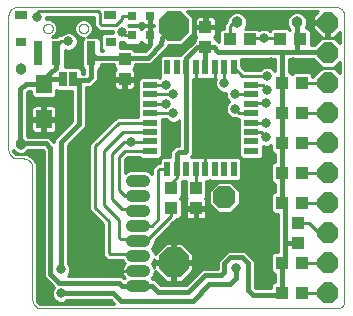
<source format=gtl>
G75*
%MOIN*%
%OFA0B0*%
%FSLAX25Y25*%
%IPPOS*%
%LPD*%
%AMOC8*
5,1,8,0,0,1.08239X$1,22.5*
%
%ADD10C,0.00000*%
%ADD11R,0.03937X0.04331*%
%ADD12R,0.04331X0.03937*%
%ADD13R,0.02200X0.05000*%
%ADD14R,0.05000X0.02200*%
%ADD15C,0.04000*%
%ADD16R,0.03150X0.03150*%
%ADD17C,0.03800*%
%ADD18OC8,0.10000*%
%ADD19R,0.05512X0.06299*%
%ADD20R,0.03150X0.07874*%
%ADD21R,0.03543X0.03150*%
%ADD22R,0.03937X0.03150*%
%ADD23OC8,0.07000*%
%ADD24R,0.02500X0.05000*%
%ADD25OC8,0.07600*%
%ADD26C,0.03169*%
%ADD27C,0.01000*%
%ADD28C,0.01600*%
%ADD29C,0.01200*%
D10*
X0086078Y0053500D02*
X0086185Y0053498D01*
X0086292Y0053492D01*
X0086399Y0053483D01*
X0086505Y0053469D01*
X0086611Y0053452D01*
X0086716Y0053431D01*
X0086820Y0053407D01*
X0086923Y0053378D01*
X0087025Y0053346D01*
X0087126Y0053311D01*
X0087226Y0053272D01*
X0087324Y0053229D01*
X0087421Y0053183D01*
X0087516Y0053133D01*
X0087609Y0053080D01*
X0087700Y0053024D01*
X0087789Y0052964D01*
X0087876Y0052902D01*
X0087960Y0052836D01*
X0088043Y0052767D01*
X0088122Y0052696D01*
X0088199Y0052621D01*
X0088274Y0052544D01*
X0088345Y0052465D01*
X0088414Y0052382D01*
X0088480Y0052298D01*
X0088542Y0052211D01*
X0088602Y0052122D01*
X0088658Y0052031D01*
X0088711Y0051938D01*
X0088761Y0051843D01*
X0088807Y0051746D01*
X0088850Y0051648D01*
X0088889Y0051548D01*
X0088924Y0051447D01*
X0088956Y0051345D01*
X0088985Y0051242D01*
X0089009Y0051138D01*
X0089030Y0051033D01*
X0089047Y0050927D01*
X0089061Y0050821D01*
X0089070Y0050714D01*
X0089076Y0050607D01*
X0089078Y0050500D01*
X0089078Y0006500D01*
X0089080Y0006393D01*
X0089086Y0006286D01*
X0089095Y0006179D01*
X0089109Y0006073D01*
X0089126Y0005967D01*
X0089147Y0005862D01*
X0089171Y0005758D01*
X0089200Y0005655D01*
X0089232Y0005553D01*
X0089267Y0005452D01*
X0089306Y0005352D01*
X0089349Y0005254D01*
X0089395Y0005157D01*
X0089445Y0005062D01*
X0089498Y0004969D01*
X0089554Y0004878D01*
X0089614Y0004789D01*
X0089676Y0004702D01*
X0089742Y0004618D01*
X0089811Y0004535D01*
X0089882Y0004456D01*
X0089957Y0004379D01*
X0090034Y0004304D01*
X0090113Y0004233D01*
X0090196Y0004164D01*
X0090280Y0004098D01*
X0090367Y0004036D01*
X0090456Y0003976D01*
X0090547Y0003920D01*
X0090640Y0003867D01*
X0090735Y0003817D01*
X0090832Y0003771D01*
X0090930Y0003728D01*
X0091030Y0003689D01*
X0091131Y0003654D01*
X0091233Y0003622D01*
X0091336Y0003593D01*
X0091440Y0003569D01*
X0091545Y0003548D01*
X0091651Y0003531D01*
X0091757Y0003517D01*
X0091864Y0003508D01*
X0091971Y0003502D01*
X0092078Y0003500D01*
X0190578Y0003500D01*
X0190676Y0003502D01*
X0190774Y0003508D01*
X0190872Y0003517D01*
X0190969Y0003531D01*
X0191066Y0003548D01*
X0191162Y0003569D01*
X0191257Y0003594D01*
X0191351Y0003622D01*
X0191443Y0003655D01*
X0191535Y0003690D01*
X0191625Y0003730D01*
X0191713Y0003772D01*
X0191800Y0003819D01*
X0191884Y0003868D01*
X0191967Y0003921D01*
X0192047Y0003977D01*
X0192126Y0004037D01*
X0192202Y0004099D01*
X0192275Y0004164D01*
X0192346Y0004232D01*
X0192414Y0004303D01*
X0192479Y0004376D01*
X0192541Y0004452D01*
X0192601Y0004531D01*
X0192657Y0004611D01*
X0192710Y0004694D01*
X0192759Y0004778D01*
X0192806Y0004865D01*
X0192848Y0004953D01*
X0192888Y0005043D01*
X0192923Y0005135D01*
X0192956Y0005227D01*
X0192984Y0005321D01*
X0193009Y0005416D01*
X0193030Y0005512D01*
X0193047Y0005609D01*
X0193061Y0005706D01*
X0193070Y0005804D01*
X0193076Y0005902D01*
X0193078Y0006000D01*
X0193078Y0101000D01*
X0193076Y0101107D01*
X0193070Y0101214D01*
X0193061Y0101321D01*
X0193047Y0101427D01*
X0193030Y0101533D01*
X0193009Y0101638D01*
X0192985Y0101742D01*
X0192956Y0101845D01*
X0192924Y0101947D01*
X0192889Y0102048D01*
X0192850Y0102148D01*
X0192807Y0102246D01*
X0192761Y0102343D01*
X0192711Y0102438D01*
X0192658Y0102531D01*
X0192602Y0102622D01*
X0192542Y0102711D01*
X0192480Y0102798D01*
X0192414Y0102882D01*
X0192345Y0102965D01*
X0192274Y0103044D01*
X0192199Y0103121D01*
X0192122Y0103196D01*
X0192043Y0103267D01*
X0191960Y0103336D01*
X0191876Y0103402D01*
X0191789Y0103464D01*
X0191700Y0103524D01*
X0191609Y0103580D01*
X0191516Y0103633D01*
X0191421Y0103683D01*
X0191324Y0103729D01*
X0191226Y0103772D01*
X0191126Y0103811D01*
X0191025Y0103846D01*
X0190923Y0103878D01*
X0190820Y0103907D01*
X0190716Y0103931D01*
X0190611Y0103952D01*
X0190505Y0103969D01*
X0190399Y0103983D01*
X0190292Y0103992D01*
X0190185Y0103998D01*
X0190078Y0104000D01*
X0084120Y0104000D01*
X0084011Y0103998D01*
X0083903Y0103992D01*
X0083795Y0103983D01*
X0083687Y0103969D01*
X0083580Y0103952D01*
X0083474Y0103931D01*
X0083368Y0103906D01*
X0083263Y0103877D01*
X0083160Y0103844D01*
X0083057Y0103808D01*
X0082956Y0103769D01*
X0082857Y0103725D01*
X0082759Y0103678D01*
X0082663Y0103628D01*
X0082568Y0103574D01*
X0082476Y0103517D01*
X0082386Y0103457D01*
X0082298Y0103393D01*
X0082212Y0103327D01*
X0082129Y0103257D01*
X0082048Y0103185D01*
X0081970Y0103109D01*
X0081894Y0103031D01*
X0081822Y0102950D01*
X0081752Y0102867D01*
X0081686Y0102781D01*
X0081622Y0102693D01*
X0081562Y0102603D01*
X0081505Y0102511D01*
X0081451Y0102416D01*
X0081401Y0102320D01*
X0081354Y0102222D01*
X0081310Y0102123D01*
X0081271Y0102022D01*
X0081235Y0101919D01*
X0081202Y0101816D01*
X0081173Y0101711D01*
X0081148Y0101605D01*
X0081127Y0101499D01*
X0081110Y0101392D01*
X0081096Y0101284D01*
X0081087Y0101176D01*
X0081081Y0101068D01*
X0081079Y0100959D01*
X0081078Y0100959D02*
X0081078Y0056500D01*
X0081080Y0056393D01*
X0081086Y0056286D01*
X0081095Y0056179D01*
X0081109Y0056073D01*
X0081126Y0055967D01*
X0081147Y0055862D01*
X0081171Y0055758D01*
X0081200Y0055655D01*
X0081232Y0055553D01*
X0081267Y0055452D01*
X0081306Y0055352D01*
X0081349Y0055254D01*
X0081395Y0055157D01*
X0081445Y0055062D01*
X0081498Y0054969D01*
X0081554Y0054878D01*
X0081614Y0054789D01*
X0081676Y0054702D01*
X0081742Y0054618D01*
X0081811Y0054535D01*
X0081882Y0054456D01*
X0081957Y0054379D01*
X0082034Y0054304D01*
X0082113Y0054233D01*
X0082196Y0054164D01*
X0082280Y0054098D01*
X0082367Y0054036D01*
X0082456Y0053976D01*
X0082547Y0053920D01*
X0082640Y0053867D01*
X0082735Y0053817D01*
X0082832Y0053771D01*
X0082930Y0053728D01*
X0083030Y0053689D01*
X0083131Y0053654D01*
X0083233Y0053622D01*
X0083336Y0053593D01*
X0083440Y0053569D01*
X0083545Y0053548D01*
X0083651Y0053531D01*
X0083757Y0053517D01*
X0083864Y0053508D01*
X0083971Y0053502D01*
X0084078Y0053500D01*
X0086078Y0053500D01*
X0092722Y0096804D02*
X0092724Y0096883D01*
X0092730Y0096962D01*
X0092740Y0097041D01*
X0092754Y0097119D01*
X0092771Y0097196D01*
X0092793Y0097272D01*
X0092818Y0097347D01*
X0092848Y0097420D01*
X0092880Y0097492D01*
X0092917Y0097563D01*
X0092957Y0097631D01*
X0093000Y0097697D01*
X0093046Y0097761D01*
X0093096Y0097823D01*
X0093149Y0097882D01*
X0093204Y0097938D01*
X0093263Y0097992D01*
X0093324Y0098042D01*
X0093387Y0098090D01*
X0093453Y0098134D01*
X0093521Y0098175D01*
X0093591Y0098212D01*
X0093662Y0098246D01*
X0093736Y0098276D01*
X0093810Y0098302D01*
X0093886Y0098324D01*
X0093963Y0098343D01*
X0094041Y0098358D01*
X0094119Y0098369D01*
X0094198Y0098376D01*
X0094277Y0098379D01*
X0094356Y0098378D01*
X0094435Y0098373D01*
X0094514Y0098364D01*
X0094592Y0098351D01*
X0094669Y0098334D01*
X0094746Y0098314D01*
X0094821Y0098289D01*
X0094895Y0098261D01*
X0094968Y0098229D01*
X0095038Y0098194D01*
X0095107Y0098155D01*
X0095174Y0098112D01*
X0095239Y0098066D01*
X0095301Y0098018D01*
X0095361Y0097966D01*
X0095418Y0097911D01*
X0095472Y0097853D01*
X0095523Y0097793D01*
X0095571Y0097730D01*
X0095616Y0097665D01*
X0095658Y0097597D01*
X0095696Y0097528D01*
X0095730Y0097457D01*
X0095761Y0097384D01*
X0095789Y0097309D01*
X0095812Y0097234D01*
X0095832Y0097157D01*
X0095848Y0097080D01*
X0095860Y0097001D01*
X0095868Y0096923D01*
X0095872Y0096844D01*
X0095872Y0096764D01*
X0095868Y0096685D01*
X0095860Y0096607D01*
X0095848Y0096528D01*
X0095832Y0096451D01*
X0095812Y0096374D01*
X0095789Y0096299D01*
X0095761Y0096224D01*
X0095730Y0096151D01*
X0095696Y0096080D01*
X0095658Y0096011D01*
X0095616Y0095943D01*
X0095571Y0095878D01*
X0095523Y0095815D01*
X0095472Y0095755D01*
X0095418Y0095697D01*
X0095361Y0095642D01*
X0095301Y0095590D01*
X0095239Y0095542D01*
X0095174Y0095496D01*
X0095107Y0095453D01*
X0095038Y0095414D01*
X0094968Y0095379D01*
X0094895Y0095347D01*
X0094821Y0095319D01*
X0094746Y0095294D01*
X0094669Y0095274D01*
X0094592Y0095257D01*
X0094514Y0095244D01*
X0094435Y0095235D01*
X0094356Y0095230D01*
X0094277Y0095229D01*
X0094198Y0095232D01*
X0094119Y0095239D01*
X0094041Y0095250D01*
X0093963Y0095265D01*
X0093886Y0095284D01*
X0093810Y0095306D01*
X0093736Y0095332D01*
X0093662Y0095362D01*
X0093591Y0095396D01*
X0093521Y0095433D01*
X0093453Y0095474D01*
X0093387Y0095518D01*
X0093324Y0095566D01*
X0093263Y0095616D01*
X0093204Y0095670D01*
X0093149Y0095726D01*
X0093096Y0095785D01*
X0093046Y0095847D01*
X0093000Y0095911D01*
X0092957Y0095977D01*
X0092917Y0096045D01*
X0092880Y0096116D01*
X0092848Y0096188D01*
X0092818Y0096261D01*
X0092793Y0096336D01*
X0092771Y0096412D01*
X0092754Y0096489D01*
X0092740Y0096567D01*
X0092730Y0096646D01*
X0092724Y0096725D01*
X0092722Y0096804D01*
X0104533Y0096804D02*
X0104535Y0096883D01*
X0104541Y0096962D01*
X0104551Y0097041D01*
X0104565Y0097119D01*
X0104582Y0097196D01*
X0104604Y0097272D01*
X0104629Y0097347D01*
X0104659Y0097420D01*
X0104691Y0097492D01*
X0104728Y0097563D01*
X0104768Y0097631D01*
X0104811Y0097697D01*
X0104857Y0097761D01*
X0104907Y0097823D01*
X0104960Y0097882D01*
X0105015Y0097938D01*
X0105074Y0097992D01*
X0105135Y0098042D01*
X0105198Y0098090D01*
X0105264Y0098134D01*
X0105332Y0098175D01*
X0105402Y0098212D01*
X0105473Y0098246D01*
X0105547Y0098276D01*
X0105621Y0098302D01*
X0105697Y0098324D01*
X0105774Y0098343D01*
X0105852Y0098358D01*
X0105930Y0098369D01*
X0106009Y0098376D01*
X0106088Y0098379D01*
X0106167Y0098378D01*
X0106246Y0098373D01*
X0106325Y0098364D01*
X0106403Y0098351D01*
X0106480Y0098334D01*
X0106557Y0098314D01*
X0106632Y0098289D01*
X0106706Y0098261D01*
X0106779Y0098229D01*
X0106849Y0098194D01*
X0106918Y0098155D01*
X0106985Y0098112D01*
X0107050Y0098066D01*
X0107112Y0098018D01*
X0107172Y0097966D01*
X0107229Y0097911D01*
X0107283Y0097853D01*
X0107334Y0097793D01*
X0107382Y0097730D01*
X0107427Y0097665D01*
X0107469Y0097597D01*
X0107507Y0097528D01*
X0107541Y0097457D01*
X0107572Y0097384D01*
X0107600Y0097309D01*
X0107623Y0097234D01*
X0107643Y0097157D01*
X0107659Y0097080D01*
X0107671Y0097001D01*
X0107679Y0096923D01*
X0107683Y0096844D01*
X0107683Y0096764D01*
X0107679Y0096685D01*
X0107671Y0096607D01*
X0107659Y0096528D01*
X0107643Y0096451D01*
X0107623Y0096374D01*
X0107600Y0096299D01*
X0107572Y0096224D01*
X0107541Y0096151D01*
X0107507Y0096080D01*
X0107469Y0096011D01*
X0107427Y0095943D01*
X0107382Y0095878D01*
X0107334Y0095815D01*
X0107283Y0095755D01*
X0107229Y0095697D01*
X0107172Y0095642D01*
X0107112Y0095590D01*
X0107050Y0095542D01*
X0106985Y0095496D01*
X0106918Y0095453D01*
X0106849Y0095414D01*
X0106779Y0095379D01*
X0106706Y0095347D01*
X0106632Y0095319D01*
X0106557Y0095294D01*
X0106480Y0095274D01*
X0106403Y0095257D01*
X0106325Y0095244D01*
X0106246Y0095235D01*
X0106167Y0095230D01*
X0106088Y0095229D01*
X0106009Y0095232D01*
X0105930Y0095239D01*
X0105852Y0095250D01*
X0105774Y0095265D01*
X0105697Y0095284D01*
X0105621Y0095306D01*
X0105547Y0095332D01*
X0105473Y0095362D01*
X0105402Y0095396D01*
X0105332Y0095433D01*
X0105264Y0095474D01*
X0105198Y0095518D01*
X0105135Y0095566D01*
X0105074Y0095616D01*
X0105015Y0095670D01*
X0104960Y0095726D01*
X0104907Y0095785D01*
X0104857Y0095847D01*
X0104811Y0095911D01*
X0104768Y0095977D01*
X0104728Y0096045D01*
X0104691Y0096116D01*
X0104659Y0096188D01*
X0104629Y0096261D01*
X0104604Y0096336D01*
X0104582Y0096412D01*
X0104565Y0096489D01*
X0104551Y0096567D01*
X0104541Y0096646D01*
X0104535Y0096725D01*
X0104533Y0096804D01*
D11*
X0119778Y0086646D03*
X0119778Y0079954D03*
X0146675Y0090626D03*
X0146675Y0097319D03*
X0171698Y0093213D03*
X0178390Y0093213D03*
X0178925Y0078750D03*
X0172232Y0078750D03*
X0172232Y0068750D03*
X0178925Y0068750D03*
X0178925Y0058750D03*
X0172232Y0058750D03*
X0172232Y0048750D03*
X0178925Y0048750D03*
X0178925Y0038750D03*
X0172232Y0038750D03*
X0143601Y0036849D03*
X0143601Y0043542D03*
X0172232Y0018750D03*
X0178925Y0018750D03*
X0178925Y0008750D03*
X0172232Y0008750D03*
D12*
X0177528Y0025454D03*
X0177528Y0032146D03*
X0135278Y0036854D03*
X0135278Y0043546D03*
X0154841Y0093256D03*
X0161534Y0093256D03*
D13*
X0156155Y0083926D03*
X0153006Y0083926D03*
X0149856Y0083926D03*
X0146706Y0083926D03*
X0143557Y0083926D03*
X0140407Y0083926D03*
X0137258Y0083926D03*
X0134108Y0083926D03*
X0134108Y0050126D03*
X0137258Y0050126D03*
X0140407Y0050126D03*
X0143557Y0050126D03*
X0146706Y0050126D03*
X0149856Y0050126D03*
X0153006Y0050126D03*
X0156155Y0050126D03*
D14*
X0162032Y0056002D03*
X0162032Y0059152D03*
X0162032Y0062301D03*
X0162032Y0065451D03*
X0162032Y0068600D03*
X0162032Y0071750D03*
X0162032Y0074900D03*
X0162032Y0078049D03*
X0128232Y0078049D03*
X0128232Y0074900D03*
X0128232Y0071750D03*
X0128232Y0068600D03*
X0128232Y0065451D03*
X0128232Y0062301D03*
X0128232Y0059152D03*
X0128232Y0056002D03*
D15*
X0126366Y0046134D02*
X0122366Y0046134D01*
X0122366Y0041134D02*
X0126366Y0041134D01*
X0126366Y0036134D02*
X0122366Y0036134D01*
X0122366Y0031134D02*
X0126366Y0031134D01*
X0126366Y0026134D02*
X0122366Y0026134D01*
X0122366Y0021134D02*
X0126366Y0021134D01*
X0126366Y0016134D02*
X0122366Y0016134D01*
X0122366Y0011134D02*
X0126366Y0011134D01*
D16*
X0128323Y0094526D03*
X0122418Y0094526D03*
X0122371Y0101009D03*
X0128277Y0101009D03*
D17*
X0157279Y0098852D03*
X0177279Y0098852D03*
X0085141Y0083479D03*
X0085141Y0058479D03*
D18*
X0136244Y0018916D03*
X0136244Y0097656D03*
D19*
X0092828Y0078406D03*
X0092828Y0066594D03*
D20*
X0091057Y0088536D03*
X0096962Y0088536D03*
X0108773Y0088536D03*
D21*
X0115163Y0092375D03*
X0085242Y0092375D03*
D22*
X0085439Y0101233D03*
X0114966Y0101233D03*
D23*
X0187578Y0098750D03*
X0187578Y0088750D03*
X0187578Y0078750D03*
X0187578Y0068750D03*
X0187578Y0058750D03*
X0187578Y0048750D03*
X0187578Y0038750D03*
X0187578Y0028750D03*
X0187578Y0018750D03*
X0187578Y0008750D03*
D24*
X0102750Y0080000D03*
X0099207Y0080000D03*
D25*
X0153078Y0040500D03*
D26*
X0166078Y0035000D03*
X0157078Y0017000D03*
X0105578Y0045500D03*
X0091078Y0054500D03*
X0122078Y0059000D03*
X0134578Y0059000D03*
X0145078Y0056000D03*
X0156578Y0065000D03*
X0156578Y0070000D03*
X0156578Y0075000D03*
X0153078Y0078500D03*
X0144578Y0077000D03*
X0136078Y0074875D03*
X0133578Y0078000D03*
X0133453Y0071750D03*
X0136078Y0068500D03*
X0112928Y0083375D03*
X0125453Y0090625D03*
X0119078Y0095500D03*
X0136078Y0089500D03*
X0151578Y0101000D03*
X0166328Y0093625D03*
X0168578Y0085500D03*
X0176078Y0085500D03*
X0167328Y0081000D03*
X0167328Y0076375D03*
X0167078Y0072000D03*
X0167078Y0065375D03*
X0167078Y0060500D03*
X0127578Y0051500D03*
X0100953Y0074125D03*
X0101078Y0092500D03*
X0100203Y0096775D03*
X0090578Y0100500D03*
X0183203Y0093875D03*
X0103578Y0016500D03*
X0098578Y0016500D03*
X0098578Y0008500D03*
X0093078Y0007500D03*
D27*
X0095494Y0007886D02*
X0095494Y0009113D01*
X0095964Y0010247D01*
X0096271Y0010555D01*
X0094126Y0012700D01*
X0092778Y0014047D01*
X0092778Y0056047D01*
X0092626Y0056200D01*
X0087671Y0056200D01*
X0087067Y0055597D01*
X0085818Y0055079D01*
X0084465Y0055079D01*
X0083215Y0055597D01*
X0082619Y0056193D01*
X0082630Y0056112D01*
X0083018Y0055439D01*
X0083690Y0055051D01*
X0084078Y0055000D01*
X0087284Y0055000D01*
X0089373Y0053794D01*
X0089373Y0053794D01*
X0089373Y0053794D01*
X0090578Y0051706D01*
X0090578Y0006500D01*
X0090630Y0006112D01*
X0091018Y0005439D01*
X0091690Y0005051D01*
X0092078Y0005000D01*
X0092700Y0005000D01*
X0116326Y0005000D01*
X0115126Y0006200D01*
X0100640Y0006200D01*
X0100325Y0005885D01*
X0099192Y0005416D01*
X0097965Y0005416D01*
X0096831Y0005885D01*
X0095964Y0006753D01*
X0095494Y0007886D01*
X0095667Y0007470D02*
X0090578Y0007470D01*
X0090582Y0006472D02*
X0096245Y0006472D01*
X0097826Y0005473D02*
X0090998Y0005473D01*
X0090578Y0008469D02*
X0095494Y0008469D01*
X0095641Y0009467D02*
X0090578Y0009467D01*
X0090578Y0010466D02*
X0096182Y0010466D01*
X0095361Y0011464D02*
X0090578Y0011464D01*
X0090578Y0012463D02*
X0094363Y0012463D01*
X0093364Y0013461D02*
X0090578Y0013461D01*
X0090578Y0014460D02*
X0092778Y0014460D01*
X0092778Y0015458D02*
X0090578Y0015458D01*
X0090578Y0016457D02*
X0092778Y0016457D01*
X0092778Y0017455D02*
X0090578Y0017455D01*
X0090578Y0018454D02*
X0092778Y0018454D01*
X0092778Y0019452D02*
X0090578Y0019452D01*
X0090578Y0020451D02*
X0092778Y0020451D01*
X0092778Y0021449D02*
X0090578Y0021449D01*
X0090578Y0022448D02*
X0092778Y0022448D01*
X0092778Y0023446D02*
X0090578Y0023446D01*
X0090578Y0024445D02*
X0092778Y0024445D01*
X0092778Y0025443D02*
X0090578Y0025443D01*
X0090578Y0026442D02*
X0092778Y0026442D01*
X0092778Y0027440D02*
X0090578Y0027440D01*
X0090578Y0028439D02*
X0092778Y0028439D01*
X0092778Y0029437D02*
X0090578Y0029437D01*
X0090578Y0030436D02*
X0092778Y0030436D01*
X0092778Y0031434D02*
X0090578Y0031434D01*
X0090578Y0032433D02*
X0092778Y0032433D01*
X0092778Y0033432D02*
X0090578Y0033432D01*
X0090578Y0034430D02*
X0092778Y0034430D01*
X0092778Y0035429D02*
X0090578Y0035429D01*
X0090578Y0036427D02*
X0092778Y0036427D01*
X0092778Y0037426D02*
X0090578Y0037426D01*
X0090578Y0038424D02*
X0092778Y0038424D01*
X0092778Y0039423D02*
X0090578Y0039423D01*
X0090578Y0040421D02*
X0092778Y0040421D01*
X0092778Y0041420D02*
X0090578Y0041420D01*
X0090578Y0042418D02*
X0092778Y0042418D01*
X0092778Y0043417D02*
X0090578Y0043417D01*
X0090578Y0044415D02*
X0092778Y0044415D01*
X0092778Y0045414D02*
X0090578Y0045414D01*
X0090578Y0046412D02*
X0092778Y0046412D01*
X0092778Y0047411D02*
X0090578Y0047411D01*
X0090578Y0048409D02*
X0092778Y0048409D01*
X0092778Y0049408D02*
X0090578Y0049408D01*
X0090578Y0050406D02*
X0092778Y0050406D01*
X0092778Y0051405D02*
X0090578Y0051405D01*
X0090176Y0052403D02*
X0092778Y0052403D01*
X0092778Y0053402D02*
X0089599Y0053402D01*
X0088323Y0054400D02*
X0092778Y0054400D01*
X0092778Y0055399D02*
X0086590Y0055399D01*
X0083693Y0055399D02*
X0083088Y0055399D01*
X0087629Y0060800D02*
X0087378Y0061050D01*
X0087378Y0075547D01*
X0087937Y0076106D01*
X0088573Y0076106D01*
X0088573Y0074635D01*
X0089451Y0073756D01*
X0096206Y0073756D01*
X0097084Y0074635D01*
X0097084Y0076251D01*
X0097335Y0076000D01*
X0102278Y0076000D01*
X0102278Y0065953D01*
X0096278Y0059953D01*
X0096278Y0059053D01*
X0095878Y0059453D01*
X0094531Y0060800D01*
X0087629Y0060800D01*
X0087378Y0061390D02*
X0097716Y0061390D01*
X0098714Y0062388D02*
X0096649Y0062388D01*
X0096785Y0062524D02*
X0096505Y0062245D01*
X0096163Y0062047D01*
X0095782Y0061945D01*
X0093328Y0061945D01*
X0093328Y0066094D01*
X0092328Y0066094D01*
X0092328Y0061945D01*
X0089875Y0061945D01*
X0089494Y0062047D01*
X0089151Y0062245D01*
X0088872Y0062524D01*
X0088675Y0062866D01*
X0088573Y0063247D01*
X0088573Y0066095D01*
X0092328Y0066095D01*
X0092328Y0067094D01*
X0088573Y0067094D01*
X0088573Y0069942D01*
X0088675Y0070323D01*
X0088872Y0070665D01*
X0089151Y0070944D01*
X0089494Y0071142D01*
X0089875Y0071244D01*
X0092328Y0071244D01*
X0092328Y0067095D01*
X0093328Y0067095D01*
X0093328Y0071244D01*
X0095782Y0071244D01*
X0096163Y0071142D01*
X0096505Y0070944D01*
X0096785Y0070665D01*
X0096982Y0070323D01*
X0097084Y0069942D01*
X0097084Y0067094D01*
X0093328Y0067094D01*
X0093328Y0066095D01*
X0097084Y0066095D01*
X0097084Y0063247D01*
X0096982Y0062866D01*
X0096785Y0062524D01*
X0097084Y0063387D02*
X0099713Y0063387D01*
X0100711Y0064385D02*
X0097084Y0064385D01*
X0097084Y0065384D02*
X0101710Y0065384D01*
X0102278Y0066382D02*
X0093328Y0066382D01*
X0093328Y0065384D02*
X0092328Y0065384D01*
X0092328Y0066382D02*
X0087378Y0066382D01*
X0087378Y0065384D02*
X0088573Y0065384D01*
X0088573Y0064385D02*
X0087378Y0064385D01*
X0087378Y0063387D02*
X0088573Y0063387D01*
X0089008Y0062388D02*
X0087378Y0062388D01*
X0092328Y0062388D02*
X0093328Y0062388D01*
X0093328Y0063387D02*
X0092328Y0063387D01*
X0092328Y0064385D02*
X0093328Y0064385D01*
X0093328Y0067381D02*
X0092328Y0067381D01*
X0092328Y0068379D02*
X0093328Y0068379D01*
X0093328Y0069378D02*
X0092328Y0069378D01*
X0092328Y0070376D02*
X0093328Y0070376D01*
X0096951Y0070376D02*
X0102278Y0070376D01*
X0102278Y0069378D02*
X0097084Y0069378D01*
X0097084Y0068379D02*
X0102278Y0068379D01*
X0102278Y0067381D02*
X0097084Y0067381D01*
X0102278Y0071375D02*
X0087378Y0071375D01*
X0087378Y0072373D02*
X0102278Y0072373D01*
X0102278Y0073372D02*
X0087378Y0073372D01*
X0087378Y0074370D02*
X0088837Y0074370D01*
X0088573Y0075369D02*
X0087378Y0075369D01*
X0087378Y0070376D02*
X0088706Y0070376D01*
X0088573Y0069378D02*
X0087378Y0069378D01*
X0087378Y0068379D02*
X0088573Y0068379D01*
X0088573Y0067381D02*
X0087378Y0067381D01*
X0094940Y0060391D02*
X0096717Y0060391D01*
X0096278Y0059393D02*
X0095938Y0059393D01*
X0100878Y0058047D02*
X0105531Y0062700D01*
X0106878Y0064047D01*
X0106878Y0077200D01*
X0108531Y0077200D01*
X0109878Y0078547D01*
X0110878Y0079547D01*
X0110878Y0083099D01*
X0110969Y0083099D01*
X0111848Y0083978D01*
X0111848Y0084846D01*
X0113926Y0084846D01*
X0116310Y0084837D01*
X0116310Y0083860D01*
X0116870Y0083300D01*
X0116610Y0083040D01*
X0116412Y0082698D01*
X0116310Y0082316D01*
X0116310Y0080438D01*
X0119294Y0080438D01*
X0119294Y0079469D01*
X0120263Y0079469D01*
X0120263Y0080438D01*
X0123247Y0080438D01*
X0123247Y0082316D01*
X0123145Y0082698D01*
X0122947Y0083040D01*
X0122687Y0083300D01*
X0123247Y0083860D01*
X0123247Y0084834D01*
X0127711Y0084846D01*
X0128658Y0084845D01*
X0128663Y0084849D01*
X0128669Y0084849D01*
X0129337Y0085521D01*
X0133687Y0089856D01*
X0134359Y0090501D01*
X0134359Y0090526D01*
X0134377Y0090543D01*
X0134378Y0091156D01*
X0138937Y0091156D01*
X0142744Y0094963D01*
X0142744Y0100348D01*
X0140592Y0102500D01*
X0184257Y0102500D01*
X0182578Y0100821D01*
X0182578Y0099250D01*
X0187078Y0099250D01*
X0187078Y0098250D01*
X0182578Y0098250D01*
X0182578Y0096679D01*
X0185507Y0093750D01*
X0183057Y0091300D01*
X0181859Y0091300D01*
X0181859Y0095999D01*
X0180980Y0096878D01*
X0180113Y0096878D01*
X0180161Y0096926D01*
X0180679Y0098176D01*
X0180679Y0099528D01*
X0180161Y0100778D01*
X0179205Y0101734D01*
X0177955Y0102252D01*
X0176603Y0102252D01*
X0175353Y0101734D01*
X0174397Y0100778D01*
X0173879Y0099528D01*
X0173879Y0098176D01*
X0174397Y0096926D01*
X0174979Y0096344D01*
X0174979Y0096186D01*
X0174287Y0096878D01*
X0169108Y0096878D01*
X0168272Y0096043D01*
X0168075Y0096240D01*
X0166942Y0096709D01*
X0165715Y0096709D01*
X0164739Y0096305D01*
X0164320Y0096724D01*
X0159959Y0096724D01*
X0160161Y0096926D01*
X0160679Y0098176D01*
X0160679Y0099528D01*
X0160161Y0100778D01*
X0159205Y0101734D01*
X0157955Y0102252D01*
X0156603Y0102252D01*
X0155353Y0101734D01*
X0154397Y0100778D01*
X0153879Y0099528D01*
X0153879Y0099254D01*
X0152953Y0098328D01*
X0152953Y0096724D01*
X0152054Y0096724D01*
X0151175Y0095845D01*
X0151175Y0092156D01*
X0150405Y0092926D01*
X0150143Y0092926D01*
X0150143Y0093413D01*
X0149584Y0093972D01*
X0149844Y0094233D01*
X0150041Y0094575D01*
X0150143Y0094956D01*
X0150143Y0096835D01*
X0147159Y0096835D01*
X0147159Y0097803D01*
X0150143Y0097803D01*
X0150143Y0099682D01*
X0150041Y0100063D01*
X0149844Y0100405D01*
X0149564Y0100685D01*
X0149222Y0100882D01*
X0148841Y0100984D01*
X0147159Y0100984D01*
X0147159Y0097803D01*
X0146191Y0097803D01*
X0146191Y0100984D01*
X0144509Y0100984D01*
X0144127Y0100882D01*
X0143785Y0100685D01*
X0143506Y0100405D01*
X0143309Y0100063D01*
X0143206Y0099682D01*
X0143206Y0097803D01*
X0146191Y0097803D01*
X0146191Y0096835D01*
X0143206Y0096835D01*
X0143206Y0094956D01*
X0143309Y0094575D01*
X0143506Y0094233D01*
X0143766Y0093972D01*
X0143206Y0093413D01*
X0143206Y0092800D01*
X0143126Y0092800D01*
X0141778Y0091453D01*
X0138251Y0087926D01*
X0132387Y0087926D01*
X0131508Y0087047D01*
X0131508Y0080804D01*
X0131764Y0080548D01*
X0131609Y0080393D01*
X0131353Y0080649D01*
X0125110Y0080649D01*
X0124232Y0079771D01*
X0124232Y0067451D01*
X0117201Y0067451D01*
X0109250Y0059500D01*
X0108078Y0058328D01*
X0108078Y0036172D01*
X0112578Y0031672D01*
X0112578Y0021172D01*
X0113078Y0020672D01*
X0114250Y0019500D01*
X0119254Y0019500D01*
X0119399Y0019151D01*
X0119916Y0018634D01*
X0119647Y0018365D01*
X0119264Y0017792D01*
X0119000Y0017155D01*
X0118866Y0016479D01*
X0118866Y0016134D01*
X0122366Y0016134D01*
X0122366Y0016134D01*
X0118866Y0016134D01*
X0118866Y0015789D01*
X0119000Y0015113D01*
X0119264Y0014476D01*
X0119647Y0013903D01*
X0119916Y0013634D01*
X0119807Y0013524D01*
X0119588Y0013743D01*
X0118907Y0014425D01*
X0118907Y0014425D01*
X0118906Y0014425D01*
X0117962Y0014425D01*
X0100873Y0014433D01*
X0101193Y0014753D01*
X0101663Y0015886D01*
X0101663Y0017113D01*
X0101193Y0018247D01*
X0100878Y0018562D01*
X0100878Y0058047D01*
X0101225Y0058394D02*
X0108144Y0058394D01*
X0108078Y0057396D02*
X0100878Y0057396D01*
X0100878Y0056397D02*
X0108078Y0056397D01*
X0108078Y0055399D02*
X0100878Y0055399D01*
X0100878Y0054400D02*
X0108078Y0054400D01*
X0108078Y0053402D02*
X0100878Y0053402D01*
X0100878Y0052403D02*
X0108078Y0052403D01*
X0108078Y0051405D02*
X0100878Y0051405D01*
X0100878Y0050406D02*
X0108078Y0050406D01*
X0108078Y0049408D02*
X0100878Y0049408D01*
X0100878Y0048409D02*
X0108078Y0048409D01*
X0108078Y0047411D02*
X0100878Y0047411D01*
X0100878Y0046412D02*
X0108078Y0046412D01*
X0108078Y0045414D02*
X0100878Y0045414D01*
X0100878Y0044415D02*
X0108078Y0044415D01*
X0108078Y0043417D02*
X0100878Y0043417D01*
X0100878Y0042418D02*
X0108078Y0042418D01*
X0108078Y0041420D02*
X0100878Y0041420D01*
X0100878Y0040421D02*
X0108078Y0040421D01*
X0108078Y0039423D02*
X0100878Y0039423D01*
X0100878Y0038424D02*
X0108078Y0038424D01*
X0108078Y0037426D02*
X0100878Y0037426D01*
X0100878Y0036427D02*
X0108078Y0036427D01*
X0108821Y0035429D02*
X0100878Y0035429D01*
X0100878Y0034430D02*
X0109820Y0034430D01*
X0110818Y0033432D02*
X0100878Y0033432D01*
X0100878Y0032433D02*
X0111817Y0032433D01*
X0112578Y0031434D02*
X0100878Y0031434D01*
X0100878Y0030436D02*
X0112578Y0030436D01*
X0112578Y0029437D02*
X0100878Y0029437D01*
X0100878Y0028439D02*
X0112578Y0028439D01*
X0112578Y0027440D02*
X0100878Y0027440D01*
X0100878Y0026442D02*
X0112578Y0026442D01*
X0112578Y0025443D02*
X0100878Y0025443D01*
X0100878Y0024445D02*
X0112578Y0024445D01*
X0112578Y0023446D02*
X0100878Y0023446D01*
X0100878Y0022448D02*
X0112578Y0022448D01*
X0112578Y0021449D02*
X0100878Y0021449D01*
X0100878Y0020451D02*
X0113299Y0020451D01*
X0114578Y0022000D02*
X0115078Y0021500D01*
X0122232Y0021500D01*
X0122366Y0021134D01*
X0119274Y0019452D02*
X0100878Y0019452D01*
X0100986Y0018454D02*
X0119736Y0018454D01*
X0119125Y0017455D02*
X0101521Y0017455D01*
X0101663Y0016457D02*
X0118866Y0016457D01*
X0118932Y0015458D02*
X0101485Y0015458D01*
X0100900Y0014460D02*
X0119275Y0014460D01*
X0128816Y0013634D02*
X0129084Y0013903D01*
X0129467Y0014476D01*
X0129731Y0015113D01*
X0129866Y0015789D01*
X0129866Y0016102D01*
X0133552Y0012416D01*
X0135744Y0012416D01*
X0135744Y0018415D01*
X0136744Y0018415D01*
X0136744Y0012416D01*
X0138937Y0012416D01*
X0142744Y0016223D01*
X0142744Y0018416D01*
X0136744Y0018416D01*
X0136744Y0019416D01*
X0135744Y0019416D01*
X0135744Y0025416D01*
X0133552Y0025416D01*
X0129866Y0021729D01*
X0129866Y0021830D01*
X0129333Y0023116D01*
X0128816Y0023634D01*
X0129333Y0024151D01*
X0129866Y0025438D01*
X0129866Y0025959D01*
X0136107Y0032200D01*
X0137278Y0033372D01*
X0137278Y0033385D01*
X0138065Y0033385D01*
X0138944Y0034264D01*
X0138944Y0039443D01*
X0138187Y0040200D01*
X0138944Y0040957D01*
X0138944Y0045937D01*
X0139132Y0046126D01*
X0140132Y0046126D01*
X0140132Y0040755D01*
X0140692Y0040196D01*
X0140432Y0039936D01*
X0140235Y0039594D01*
X0140132Y0039212D01*
X0140132Y0037333D01*
X0143117Y0037333D01*
X0143117Y0036365D01*
X0144085Y0036365D01*
X0144085Y0033184D01*
X0145767Y0033184D01*
X0146148Y0033286D01*
X0146490Y0033484D01*
X0146770Y0033763D01*
X0146967Y0034105D01*
X0147069Y0034486D01*
X0147069Y0036365D01*
X0144085Y0036365D01*
X0144085Y0037333D01*
X0147069Y0037333D01*
X0147069Y0039212D01*
X0146967Y0039594D01*
X0146770Y0039936D01*
X0146510Y0040196D01*
X0147069Y0040755D01*
X0147069Y0046126D01*
X0148004Y0046126D01*
X0148107Y0046153D01*
X0148135Y0046126D01*
X0157877Y0046126D01*
X0158755Y0047004D01*
X0158755Y0053247D01*
X0157877Y0054126D01*
X0148135Y0054126D01*
X0148107Y0054098D01*
X0148004Y0054126D01*
X0146756Y0054126D01*
X0146756Y0050176D01*
X0146656Y0050176D01*
X0146656Y0054126D01*
X0145409Y0054126D01*
X0145306Y0054098D01*
X0145278Y0054126D01*
X0141832Y0054126D01*
X0142253Y0054547D01*
X0142707Y0055001D01*
X0142707Y0079926D01*
X0143507Y0079926D01*
X0143507Y0083876D01*
X0143607Y0083876D01*
X0143607Y0079926D01*
X0144854Y0079926D01*
X0144957Y0079953D01*
X0144985Y0079926D01*
X0148428Y0079926D01*
X0148455Y0079953D01*
X0148558Y0079926D01*
X0149806Y0079926D01*
X0149806Y0083876D01*
X0149906Y0083876D01*
X0149906Y0079926D01*
X0150331Y0079926D01*
X0149994Y0079113D01*
X0149994Y0077886D01*
X0150464Y0076753D01*
X0151331Y0075885D01*
X0152465Y0075416D01*
X0153494Y0075416D01*
X0153494Y0074386D01*
X0153964Y0073253D01*
X0154717Y0072500D01*
X0153964Y0071747D01*
X0153494Y0070613D01*
X0153494Y0069386D01*
X0153964Y0068253D01*
X0154831Y0067385D01*
X0155965Y0066916D01*
X0156834Y0066916D01*
X0157150Y0066600D01*
X0158032Y0066600D01*
X0158032Y0054281D01*
X0158910Y0053402D01*
X0165153Y0053402D01*
X0166032Y0054281D01*
X0166032Y0057595D01*
X0166465Y0057416D01*
X0167692Y0057416D01*
X0168763Y0057860D01*
X0168763Y0055963D01*
X0169642Y0055085D01*
X0169932Y0055085D01*
X0169932Y0052415D01*
X0169642Y0052415D01*
X0168763Y0051537D01*
X0168763Y0045963D01*
X0169642Y0045085D01*
X0169932Y0045085D01*
X0169932Y0042415D01*
X0169642Y0042415D01*
X0168763Y0041537D01*
X0168763Y0035963D01*
X0169642Y0035085D01*
X0171078Y0035085D01*
X0171078Y0022415D01*
X0169642Y0022415D01*
X0168763Y0021537D01*
X0168763Y0015963D01*
X0169642Y0015085D01*
X0169932Y0015085D01*
X0169932Y0012415D01*
X0169642Y0012415D01*
X0168763Y0011537D01*
X0168763Y0010300D01*
X0163531Y0010300D01*
X0163378Y0010453D01*
X0163378Y0019453D01*
X0162031Y0020800D01*
X0160031Y0022800D01*
X0154126Y0022800D01*
X0152778Y0021453D01*
X0150778Y0019453D01*
X0150778Y0016800D01*
X0145626Y0016800D01*
X0144278Y0015453D01*
X0140126Y0011300D01*
X0132031Y0011300D01*
X0129897Y0013434D01*
X0129016Y0013434D01*
X0128816Y0013634D01*
X0128988Y0013461D02*
X0132506Y0013461D01*
X0133505Y0012463D02*
X0130868Y0012463D01*
X0131867Y0011464D02*
X0140290Y0011464D01*
X0141289Y0012463D02*
X0138984Y0012463D01*
X0139983Y0013461D02*
X0142287Y0013461D01*
X0143286Y0014460D02*
X0140981Y0014460D01*
X0141980Y0015458D02*
X0144284Y0015458D01*
X0145283Y0016457D02*
X0142744Y0016457D01*
X0142744Y0017455D02*
X0150778Y0017455D01*
X0150778Y0018454D02*
X0136744Y0018454D01*
X0136744Y0019416D02*
X0142744Y0019416D01*
X0142744Y0021608D01*
X0138937Y0025416D01*
X0136744Y0025416D01*
X0136744Y0019416D01*
X0136744Y0019452D02*
X0135744Y0019452D01*
X0135744Y0019416D02*
X0135744Y0018416D01*
X0129744Y0018416D01*
X0129744Y0017089D01*
X0129731Y0017155D01*
X0129467Y0017792D01*
X0129084Y0018365D01*
X0128816Y0018634D01*
X0129333Y0019151D01*
X0129744Y0020145D01*
X0129744Y0019416D01*
X0135744Y0019416D01*
X0135744Y0018454D02*
X0128996Y0018454D01*
X0129458Y0019452D02*
X0129744Y0019452D01*
X0129744Y0017455D02*
X0129607Y0017455D01*
X0129800Y0015458D02*
X0130509Y0015458D01*
X0131508Y0014460D02*
X0129457Y0014460D01*
X0135744Y0014460D02*
X0136744Y0014460D01*
X0136744Y0015458D02*
X0135744Y0015458D01*
X0135744Y0016457D02*
X0136744Y0016457D01*
X0136744Y0017455D02*
X0135744Y0017455D01*
X0135744Y0020451D02*
X0136744Y0020451D01*
X0136744Y0021449D02*
X0135744Y0021449D01*
X0135744Y0022448D02*
X0136744Y0022448D01*
X0136744Y0023446D02*
X0135744Y0023446D01*
X0135744Y0024445D02*
X0136744Y0024445D01*
X0139907Y0024445D02*
X0171078Y0024445D01*
X0171078Y0025443D02*
X0129866Y0025443D01*
X0129455Y0024445D02*
X0132581Y0024445D01*
X0131583Y0023446D02*
X0129003Y0023446D01*
X0129610Y0022448D02*
X0130584Y0022448D01*
X0130349Y0026442D02*
X0171078Y0026442D01*
X0171078Y0027440D02*
X0131347Y0027440D01*
X0132346Y0028439D02*
X0171078Y0028439D01*
X0171078Y0029437D02*
X0133344Y0029437D01*
X0134343Y0030436D02*
X0171078Y0030436D01*
X0171078Y0031434D02*
X0135341Y0031434D01*
X0136107Y0032200D02*
X0136107Y0032200D01*
X0136340Y0032433D02*
X0171078Y0032433D01*
X0171078Y0033432D02*
X0146400Y0033432D01*
X0147054Y0034430D02*
X0171078Y0034430D01*
X0169298Y0035429D02*
X0155502Y0035429D01*
X0155274Y0035200D02*
X0158378Y0038305D01*
X0158378Y0042695D01*
X0155274Y0045800D01*
X0150883Y0045800D01*
X0147778Y0042695D01*
X0147778Y0038305D01*
X0150883Y0035200D01*
X0155274Y0035200D01*
X0156501Y0036427D02*
X0168763Y0036427D01*
X0168763Y0037426D02*
X0157499Y0037426D01*
X0158378Y0038424D02*
X0168763Y0038424D01*
X0168763Y0039423D02*
X0158378Y0039423D01*
X0158378Y0040421D02*
X0168763Y0040421D01*
X0168763Y0041420D02*
X0158378Y0041420D01*
X0158378Y0042418D02*
X0169932Y0042418D01*
X0169932Y0043417D02*
X0157657Y0043417D01*
X0156659Y0044415D02*
X0169932Y0044415D01*
X0169313Y0045414D02*
X0155660Y0045414D01*
X0158163Y0046412D02*
X0168763Y0046412D01*
X0168763Y0047411D02*
X0158755Y0047411D01*
X0158755Y0048409D02*
X0168763Y0048409D01*
X0168763Y0049408D02*
X0158755Y0049408D01*
X0158755Y0050406D02*
X0168763Y0050406D01*
X0168763Y0051405D02*
X0158755Y0051405D01*
X0158755Y0052403D02*
X0169630Y0052403D01*
X0169932Y0053402D02*
X0158600Y0053402D01*
X0158032Y0054400D02*
X0142106Y0054400D01*
X0142707Y0055399D02*
X0158032Y0055399D01*
X0158032Y0056397D02*
X0142707Y0056397D01*
X0142707Y0057396D02*
X0158032Y0057396D01*
X0158032Y0058394D02*
X0142707Y0058394D01*
X0142707Y0059393D02*
X0158032Y0059393D01*
X0158032Y0060391D02*
X0142707Y0060391D01*
X0142707Y0061390D02*
X0158032Y0061390D01*
X0158032Y0062388D02*
X0142707Y0062388D01*
X0142707Y0063387D02*
X0158032Y0063387D01*
X0158032Y0064385D02*
X0142707Y0064385D01*
X0142707Y0065384D02*
X0158032Y0065384D01*
X0158032Y0066382D02*
X0142707Y0066382D01*
X0142707Y0067381D02*
X0154842Y0067381D01*
X0153911Y0068379D02*
X0142707Y0068379D01*
X0142707Y0069378D02*
X0153498Y0069378D01*
X0153494Y0070376D02*
X0142707Y0070376D01*
X0142707Y0071375D02*
X0153810Y0071375D01*
X0154590Y0072373D02*
X0142707Y0072373D01*
X0142707Y0073372D02*
X0153914Y0073372D01*
X0153501Y0074370D02*
X0142707Y0074370D01*
X0142707Y0075369D02*
X0153494Y0075369D01*
X0150849Y0076368D02*
X0142707Y0076368D01*
X0142707Y0077366D02*
X0150210Y0077366D01*
X0149994Y0078365D02*
X0142707Y0078365D01*
X0142707Y0079363D02*
X0150098Y0079363D01*
X0149906Y0080362D02*
X0149806Y0080362D01*
X0149806Y0081360D02*
X0149906Y0081360D01*
X0149906Y0082359D02*
X0149806Y0082359D01*
X0149806Y0083357D02*
X0149906Y0083357D01*
X0153006Y0083926D02*
X0153006Y0079427D01*
X0153078Y0078500D01*
X0156578Y0075000D02*
X0156679Y0074900D01*
X0162032Y0074900D01*
X0162282Y0072000D02*
X0162032Y0071750D01*
X0162282Y0072000D02*
X0167078Y0072000D01*
X0167328Y0076375D02*
X0166029Y0078049D01*
X0162032Y0078049D01*
X0161982Y0078000D01*
X0159028Y0081051D02*
X0167328Y0081000D01*
X0164981Y0083014D02*
X0159862Y0083046D01*
X0158755Y0084153D01*
X0158755Y0086700D01*
X0169932Y0086700D01*
X0169932Y0082758D01*
X0169075Y0083615D01*
X0167942Y0084084D01*
X0166715Y0084084D01*
X0165581Y0083615D01*
X0164981Y0083014D01*
X0165324Y0083357D02*
X0159550Y0083357D01*
X0158755Y0084356D02*
X0169932Y0084356D01*
X0169932Y0085354D02*
X0158755Y0085354D01*
X0158755Y0086353D02*
X0169932Y0086353D01*
X0169932Y0083357D02*
X0169333Y0083357D01*
X0174532Y0083357D02*
X0185114Y0083357D01*
X0185507Y0083750D02*
X0182578Y0080821D01*
X0182578Y0080750D01*
X0182393Y0080750D01*
X0182393Y0081537D01*
X0181515Y0082415D01*
X0176335Y0082415D01*
X0175578Y0081659D01*
X0174822Y0082415D01*
X0174532Y0082415D01*
X0174532Y0086700D01*
X0182578Y0086700D01*
X0182578Y0086679D01*
X0185507Y0083750D01*
X0189649Y0083750D01*
X0191578Y0081821D01*
X0191578Y0085679D01*
X0189649Y0083750D01*
X0185507Y0083750D01*
X0184902Y0084356D02*
X0174532Y0084356D01*
X0174532Y0085354D02*
X0183903Y0085354D01*
X0182905Y0086353D02*
X0174532Y0086353D01*
X0174879Y0082359D02*
X0176278Y0082359D01*
X0178925Y0078750D02*
X0187578Y0078750D01*
X0184116Y0082359D02*
X0181571Y0082359D01*
X0182393Y0081360D02*
X0183117Y0081360D01*
X0190042Y0083357D02*
X0191578Y0083357D01*
X0191578Y0082359D02*
X0191041Y0082359D01*
X0191578Y0084356D02*
X0190255Y0084356D01*
X0191254Y0085354D02*
X0191578Y0085354D01*
X0183103Y0091345D02*
X0181859Y0091345D01*
X0181859Y0092344D02*
X0184101Y0092344D01*
X0185100Y0093342D02*
X0181859Y0093342D01*
X0181859Y0094341D02*
X0184917Y0094341D01*
X0185507Y0093750D02*
X0187078Y0093750D01*
X0187078Y0098250D01*
X0188078Y0098250D01*
X0188078Y0093750D01*
X0189649Y0093750D01*
X0185507Y0093750D01*
X0187078Y0094341D02*
X0188078Y0094341D01*
X0188078Y0095339D02*
X0187078Y0095339D01*
X0187078Y0096338D02*
X0188078Y0096338D01*
X0188078Y0097336D02*
X0187078Y0097336D01*
X0187078Y0098335D02*
X0180679Y0098335D01*
X0180679Y0099333D02*
X0182578Y0099333D01*
X0182578Y0100332D02*
X0180346Y0100332D01*
X0179609Y0101330D02*
X0183088Y0101330D01*
X0184086Y0102329D02*
X0140764Y0102329D01*
X0141762Y0101330D02*
X0154949Y0101330D01*
X0154212Y0100332D02*
X0149886Y0100332D01*
X0150143Y0099333D02*
X0153879Y0099333D01*
X0152960Y0098335D02*
X0150143Y0098335D01*
X0150143Y0096338D02*
X0151668Y0096338D01*
X0151175Y0095339D02*
X0150143Y0095339D01*
X0149906Y0094341D02*
X0151175Y0094341D01*
X0151175Y0093342D02*
X0150143Y0093342D01*
X0150987Y0092344D02*
X0151175Y0092344D01*
X0154841Y0093256D02*
X0154953Y0093368D01*
X0154953Y0097500D01*
X0156305Y0098852D01*
X0157279Y0098852D01*
X0160346Y0100332D02*
X0174212Y0100332D01*
X0173879Y0099333D02*
X0160679Y0099333D01*
X0160679Y0098335D02*
X0173879Y0098335D01*
X0174227Y0097336D02*
X0160331Y0097336D01*
X0164707Y0096338D02*
X0164818Y0096338D01*
X0167839Y0096338D02*
X0168567Y0096338D01*
X0166328Y0093625D02*
X0161914Y0093625D01*
X0161534Y0093256D01*
X0161578Y0093711D01*
X0166328Y0093625D02*
X0171116Y0093713D01*
X0171698Y0093213D01*
X0174828Y0096338D02*
X0174979Y0096338D01*
X0180331Y0097336D02*
X0182578Y0097336D01*
X0182920Y0096338D02*
X0181520Y0096338D01*
X0181859Y0095339D02*
X0183918Y0095339D01*
X0189649Y0093750D02*
X0191578Y0091821D01*
X0191578Y0095679D01*
X0189649Y0093750D01*
X0190057Y0093342D02*
X0191578Y0093342D01*
X0191578Y0092344D02*
X0191056Y0092344D01*
X0191578Y0094341D02*
X0190240Y0094341D01*
X0191239Y0095339D02*
X0191578Y0095339D01*
X0174949Y0101330D02*
X0159609Y0101330D01*
X0152953Y0097336D02*
X0147159Y0097336D01*
X0146191Y0097336D02*
X0142744Y0097336D01*
X0142744Y0096338D02*
X0143206Y0096338D01*
X0143206Y0095339D02*
X0142744Y0095339D01*
X0142122Y0094341D02*
X0143444Y0094341D01*
X0143206Y0093342D02*
X0141123Y0093342D01*
X0140125Y0092344D02*
X0142669Y0092344D01*
X0141671Y0091345D02*
X0139126Y0091345D01*
X0140672Y0090347D02*
X0134198Y0090347D01*
X0133177Y0089348D02*
X0139674Y0089348D01*
X0138675Y0088350D02*
X0132175Y0088350D01*
X0131812Y0087351D02*
X0131173Y0087351D01*
X0131508Y0086353D02*
X0130171Y0086353D01*
X0129171Y0085354D02*
X0131508Y0085354D01*
X0131508Y0084356D02*
X0123247Y0084356D01*
X0122744Y0083357D02*
X0131508Y0083357D01*
X0131508Y0082359D02*
X0123236Y0082359D01*
X0123247Y0081360D02*
X0131508Y0081360D01*
X0133529Y0078049D02*
X0128232Y0078049D01*
X0128232Y0074900D02*
X0133554Y0074900D01*
X0136078Y0074875D01*
X0133578Y0078000D02*
X0133529Y0078049D01*
X0124823Y0080362D02*
X0120263Y0080362D01*
X0120263Y0079469D02*
X0123247Y0079469D01*
X0123247Y0077591D01*
X0123145Y0077209D01*
X0122947Y0076867D01*
X0122668Y0076588D01*
X0122326Y0076390D01*
X0121944Y0076288D01*
X0120263Y0076288D01*
X0120263Y0079469D01*
X0120263Y0079363D02*
X0119294Y0079363D01*
X0119294Y0079469D02*
X0119294Y0076288D01*
X0117612Y0076288D01*
X0117231Y0076390D01*
X0116889Y0076588D01*
X0116610Y0076867D01*
X0116412Y0077209D01*
X0116310Y0077591D01*
X0116310Y0079469D01*
X0119294Y0079469D01*
X0119294Y0080362D02*
X0110878Y0080362D01*
X0110878Y0081360D02*
X0116310Y0081360D01*
X0116321Y0082359D02*
X0110878Y0082359D01*
X0111227Y0083357D02*
X0116813Y0083357D01*
X0116310Y0084356D02*
X0111848Y0084356D01*
X0106278Y0083398D02*
X0106278Y0081800D01*
X0105500Y0081800D01*
X0105500Y0083121D01*
X0104621Y0084000D01*
X0100037Y0084000D01*
X0100037Y0089593D01*
X0100465Y0089416D01*
X0101692Y0089416D01*
X0102825Y0089885D01*
X0103693Y0090753D01*
X0104163Y0091886D01*
X0104163Y0093113D01*
X0103693Y0094247D01*
X0102825Y0095115D01*
X0101692Y0095584D01*
X0100465Y0095584D01*
X0099331Y0095115D01*
X0098717Y0094500D01*
X0097750Y0094500D01*
X0097223Y0093973D01*
X0095498Y0093973D01*
X0096039Y0094197D01*
X0096904Y0095062D01*
X0097372Y0096192D01*
X0097372Y0097416D01*
X0096904Y0098546D01*
X0096039Y0099411D01*
X0094909Y0099879D01*
X0093685Y0099879D01*
X0093654Y0099866D01*
X0093663Y0099886D01*
X0093663Y0100500D01*
X0109578Y0100500D01*
X0109578Y0097672D01*
X0110078Y0097172D01*
X0111250Y0096000D01*
X0115994Y0096000D01*
X0115994Y0095450D01*
X0112770Y0095450D01*
X0111891Y0094571D01*
X0111891Y0090179D01*
X0112624Y0089446D01*
X0111848Y0089446D01*
X0111848Y0093095D01*
X0110969Y0093973D01*
X0107309Y0093973D01*
X0107850Y0094197D01*
X0108715Y0095062D01*
X0109183Y0096192D01*
X0109183Y0097416D01*
X0108715Y0098546D01*
X0107850Y0099411D01*
X0106720Y0099879D01*
X0105496Y0099879D01*
X0104366Y0099411D01*
X0103501Y0098546D01*
X0103033Y0097416D01*
X0103033Y0096192D01*
X0103501Y0095062D01*
X0104366Y0094197D01*
X0105496Y0093729D01*
X0106333Y0093729D01*
X0105698Y0093095D01*
X0105698Y0083978D01*
X0106278Y0083398D01*
X0106278Y0083357D02*
X0105264Y0083357D01*
X0105500Y0082359D02*
X0106278Y0082359D01*
X0105698Y0084356D02*
X0100037Y0084356D01*
X0100037Y0085354D02*
X0105698Y0085354D01*
X0105698Y0086353D02*
X0100037Y0086353D01*
X0100037Y0087351D02*
X0105698Y0087351D01*
X0105698Y0088350D02*
X0100037Y0088350D01*
X0100037Y0089348D02*
X0105698Y0089348D01*
X0105698Y0090347D02*
X0103287Y0090347D01*
X0103938Y0091345D02*
X0105698Y0091345D01*
X0105698Y0092344D02*
X0104163Y0092344D01*
X0104068Y0093342D02*
X0105946Y0093342D01*
X0104223Y0094341D02*
X0103599Y0094341D01*
X0103387Y0095339D02*
X0102283Y0095339D01*
X0103033Y0096338D02*
X0097372Y0096338D01*
X0097372Y0097336D02*
X0103033Y0097336D01*
X0103414Y0098335D02*
X0096991Y0098335D01*
X0096116Y0099333D02*
X0104289Y0099333D01*
X0107927Y0099333D02*
X0109578Y0099333D01*
X0109578Y0098335D02*
X0108802Y0098335D01*
X0109183Y0097336D02*
X0109914Y0097336D01*
X0109183Y0096338D02*
X0110912Y0096338D01*
X0112660Y0095339D02*
X0108829Y0095339D01*
X0107993Y0094341D02*
X0111891Y0094341D01*
X0111891Y0093342D02*
X0111600Y0093342D01*
X0111848Y0092344D02*
X0111891Y0092344D01*
X0111848Y0091345D02*
X0111891Y0091345D01*
X0111848Y0090347D02*
X0111891Y0090347D01*
X0118435Y0090347D02*
X0127663Y0090347D01*
X0128036Y0091451D02*
X0126551Y0091451D01*
X0126169Y0091553D01*
X0125827Y0091751D01*
X0125548Y0092030D01*
X0125418Y0092255D01*
X0124614Y0091451D01*
X0120222Y0091451D01*
X0119343Y0092330D01*
X0119343Y0092416D01*
X0118465Y0092416D01*
X0118435Y0092428D01*
X0118435Y0090312D01*
X0122368Y0090312D01*
X0123246Y0089434D01*
X0126757Y0089444D01*
X0128771Y0091451D01*
X0128611Y0091451D01*
X0128611Y0094239D01*
X0128036Y0094239D01*
X0128036Y0091451D01*
X0128665Y0091345D02*
X0118435Y0091345D01*
X0118435Y0092344D02*
X0119343Y0092344D01*
X0120052Y0094526D02*
X0119078Y0095500D01*
X0120052Y0094526D02*
X0122418Y0094526D01*
X0125418Y0096797D02*
X0124614Y0097601D01*
X0121339Y0097601D01*
X0121006Y0097934D01*
X0124567Y0097934D01*
X0125372Y0098738D01*
X0125502Y0098513D01*
X0125781Y0098234D01*
X0126123Y0098036D01*
X0126504Y0097934D01*
X0127989Y0097934D01*
X0127989Y0100722D01*
X0128564Y0100722D01*
X0128564Y0097934D01*
X0129744Y0097934D01*
X0129744Y0097601D01*
X0128611Y0097601D01*
X0128611Y0094813D01*
X0128036Y0094813D01*
X0128036Y0097601D01*
X0126551Y0097601D01*
X0126169Y0097499D01*
X0125827Y0097301D01*
X0125548Y0097022D01*
X0125418Y0096797D01*
X0125888Y0097336D02*
X0124878Y0097336D01*
X0124968Y0098335D02*
X0125680Y0098335D01*
X0127989Y0098335D02*
X0128564Y0098335D01*
X0128564Y0099333D02*
X0127989Y0099333D01*
X0127989Y0100332D02*
X0128564Y0100332D01*
X0128611Y0097336D02*
X0128036Y0097336D01*
X0128036Y0096338D02*
X0128611Y0096338D01*
X0128611Y0095339D02*
X0128036Y0095339D01*
X0128036Y0093342D02*
X0128611Y0093342D01*
X0128611Y0092344D02*
X0128036Y0092344D01*
X0119078Y0100000D02*
X0117078Y0098000D01*
X0112078Y0098000D01*
X0111578Y0098500D01*
X0111578Y0102000D01*
X0111078Y0102500D01*
X0091078Y0102500D01*
X0090578Y0102000D01*
X0090578Y0100500D01*
X0093663Y0100332D02*
X0109578Y0100332D01*
X0119078Y0100000D02*
X0119078Y0101000D01*
X0120087Y0101009D01*
X0122371Y0101009D01*
X0142744Y0100332D02*
X0143464Y0100332D01*
X0143206Y0099333D02*
X0142744Y0099333D01*
X0142744Y0098335D02*
X0143206Y0098335D01*
X0146191Y0098335D02*
X0147159Y0098335D01*
X0147159Y0099333D02*
X0146191Y0099333D01*
X0146191Y0100332D02*
X0147159Y0100332D01*
X0156155Y0083926D02*
X0159028Y0081051D01*
X0143607Y0081360D02*
X0143507Y0081360D01*
X0143507Y0080362D02*
X0143607Y0080362D01*
X0143607Y0082359D02*
X0143507Y0082359D01*
X0143507Y0083357D02*
X0143607Y0083357D01*
X0133453Y0071750D02*
X0128232Y0071750D01*
X0128232Y0068600D02*
X0133478Y0068600D01*
X0136078Y0068500D01*
X0133623Y0066593D02*
X0134331Y0065885D01*
X0135465Y0065416D01*
X0136692Y0065416D01*
X0137825Y0065885D01*
X0138107Y0066167D01*
X0138107Y0057800D01*
X0136876Y0057800D01*
X0136376Y0057300D01*
X0135028Y0055953D01*
X0135028Y0054126D01*
X0132387Y0054126D01*
X0131508Y0053247D01*
X0131508Y0052096D01*
X0130846Y0052096D01*
X0129674Y0050924D01*
X0129078Y0050328D01*
X0129078Y0048371D01*
X0128348Y0049101D01*
X0127062Y0049634D01*
X0121670Y0049634D01*
X0120383Y0049101D01*
X0120078Y0048796D01*
X0120078Y0053172D01*
X0120907Y0054000D01*
X0124512Y0054000D01*
X0125110Y0053402D01*
X0131353Y0053402D01*
X0132232Y0054281D01*
X0132232Y0066600D01*
X0133439Y0066600D01*
X0133623Y0066593D01*
X0133834Y0066382D02*
X0132232Y0066382D01*
X0132232Y0065384D02*
X0138107Y0065384D01*
X0138107Y0064385D02*
X0132232Y0064385D01*
X0132232Y0063387D02*
X0138107Y0063387D01*
X0138107Y0062388D02*
X0132232Y0062388D01*
X0132232Y0061390D02*
X0138107Y0061390D01*
X0138107Y0060391D02*
X0132232Y0060391D01*
X0132232Y0059393D02*
X0138107Y0059393D01*
X0138107Y0058394D02*
X0132232Y0058394D01*
X0132232Y0057396D02*
X0136472Y0057396D01*
X0135473Y0056397D02*
X0132232Y0056397D01*
X0132232Y0055399D02*
X0135028Y0055399D01*
X0135028Y0054400D02*
X0132232Y0054400D01*
X0131663Y0053402D02*
X0120309Y0053402D01*
X0120078Y0052403D02*
X0131508Y0052403D01*
X0130155Y0051405D02*
X0120078Y0051405D01*
X0120078Y0050406D02*
X0129156Y0050406D01*
X0129078Y0049408D02*
X0127608Y0049408D01*
X0129040Y0048409D02*
X0129078Y0048409D01*
X0131078Y0049500D02*
X0131674Y0050096D01*
X0134078Y0050096D01*
X0137203Y0050071D02*
X0137203Y0047025D01*
X0135378Y0045200D01*
X0135378Y0043146D01*
X0135278Y0043546D01*
X0138944Y0043417D02*
X0140132Y0043417D01*
X0140132Y0044415D02*
X0138944Y0044415D01*
X0138944Y0045414D02*
X0140132Y0045414D01*
X0143557Y0043586D02*
X0143601Y0043542D01*
X0143557Y0043586D02*
X0143557Y0050126D01*
X0146656Y0050406D02*
X0146756Y0050406D01*
X0146756Y0051405D02*
X0146656Y0051405D01*
X0146656Y0052403D02*
X0146756Y0052403D01*
X0146756Y0053402D02*
X0146656Y0053402D01*
X0147069Y0045414D02*
X0150497Y0045414D01*
X0149498Y0044415D02*
X0147069Y0044415D01*
X0147069Y0043417D02*
X0148500Y0043417D01*
X0147778Y0042418D02*
X0147069Y0042418D01*
X0147069Y0041420D02*
X0147778Y0041420D01*
X0147778Y0040421D02*
X0146735Y0040421D01*
X0147013Y0039423D02*
X0147778Y0039423D01*
X0147778Y0038424D02*
X0147069Y0038424D01*
X0147069Y0037426D02*
X0148658Y0037426D01*
X0149656Y0036427D02*
X0144085Y0036427D01*
X0143117Y0036427D02*
X0138944Y0036427D01*
X0138944Y0035429D02*
X0140132Y0035429D01*
X0140132Y0036365D02*
X0140132Y0034486D01*
X0140235Y0034105D01*
X0140432Y0033763D01*
X0140711Y0033484D01*
X0141053Y0033286D01*
X0141435Y0033184D01*
X0143117Y0033184D01*
X0143117Y0036365D01*
X0140132Y0036365D01*
X0140132Y0037426D02*
X0138944Y0037426D01*
X0138944Y0038424D02*
X0140132Y0038424D01*
X0140189Y0039423D02*
X0138944Y0039423D01*
X0138408Y0040421D02*
X0140467Y0040421D01*
X0140132Y0041420D02*
X0138944Y0041420D01*
X0138944Y0042418D02*
X0140132Y0042418D01*
X0135278Y0036854D02*
X0135278Y0034200D01*
X0127578Y0026500D01*
X0122232Y0026500D01*
X0122366Y0026134D01*
X0122232Y0026500D02*
X0118578Y0026500D01*
X0118078Y0027000D01*
X0118078Y0033000D01*
X0113078Y0038000D01*
X0113078Y0056000D01*
X0119380Y0062301D01*
X0128232Y0062301D01*
X0128232Y0059152D02*
X0128080Y0059000D01*
X0122078Y0059000D01*
X0119578Y0059000D01*
X0115578Y0055000D01*
X0115578Y0040000D01*
X0119078Y0036500D01*
X0122232Y0036500D01*
X0122366Y0036134D01*
X0122366Y0041134D02*
X0119945Y0041134D01*
X0118078Y0043000D01*
X0118078Y0054000D01*
X0120078Y0056000D01*
X0128230Y0056000D01*
X0131078Y0049500D02*
X0131078Y0033400D01*
X0128812Y0031134D01*
X0122366Y0031134D01*
X0114578Y0032500D02*
X0114578Y0022000D01*
X0114578Y0032500D02*
X0110078Y0037000D01*
X0110078Y0057500D01*
X0118029Y0065451D01*
X0128232Y0065451D01*
X0124232Y0068379D02*
X0106878Y0068379D01*
X0106878Y0067381D02*
X0117131Y0067381D01*
X0116132Y0066382D02*
X0106878Y0066382D01*
X0106878Y0065384D02*
X0115134Y0065384D01*
X0114135Y0064385D02*
X0106878Y0064385D01*
X0106218Y0063387D02*
X0113137Y0063387D01*
X0112138Y0062388D02*
X0105219Y0062388D01*
X0104221Y0061390D02*
X0111140Y0061390D01*
X0110141Y0060391D02*
X0103222Y0060391D01*
X0102224Y0059393D02*
X0109143Y0059393D01*
X0120078Y0049408D02*
X0121124Y0049408D01*
X0143117Y0035429D02*
X0144085Y0035429D01*
X0144085Y0034430D02*
X0143117Y0034430D01*
X0143117Y0033432D02*
X0144085Y0033432D01*
X0140801Y0033432D02*
X0138112Y0033432D01*
X0138944Y0034430D02*
X0140147Y0034430D01*
X0147069Y0035429D02*
X0150655Y0035429D01*
X0140906Y0023446D02*
X0171078Y0023446D01*
X0171078Y0022448D02*
X0160383Y0022448D01*
X0161382Y0021449D02*
X0168763Y0021449D01*
X0168763Y0020451D02*
X0162380Y0020451D01*
X0163378Y0019452D02*
X0168763Y0019452D01*
X0168763Y0018454D02*
X0163378Y0018454D01*
X0163378Y0017455D02*
X0168763Y0017455D01*
X0168763Y0016457D02*
X0163378Y0016457D01*
X0163378Y0015458D02*
X0169268Y0015458D01*
X0169932Y0014460D02*
X0163378Y0014460D01*
X0163378Y0013461D02*
X0169932Y0013461D01*
X0169932Y0012463D02*
X0163378Y0012463D01*
X0163378Y0011464D02*
X0168763Y0011464D01*
X0168763Y0010466D02*
X0163378Y0010466D01*
X0150778Y0019452D02*
X0142744Y0019452D01*
X0142744Y0020451D02*
X0151777Y0020451D01*
X0152775Y0021449D02*
X0142744Y0021449D01*
X0141904Y0022448D02*
X0153774Y0022448D01*
X0136744Y0013461D02*
X0135744Y0013461D01*
X0135744Y0012463D02*
X0136744Y0012463D01*
X0115853Y0005473D02*
X0099331Y0005473D01*
X0177528Y0032146D02*
X0181182Y0032146D01*
X0184078Y0029250D01*
X0187078Y0029250D01*
X0187578Y0028750D01*
X0187578Y0018750D02*
X0178925Y0018750D01*
X0178925Y0008750D02*
X0187578Y0008750D01*
X0187578Y0038750D02*
X0178925Y0038750D01*
X0178925Y0048750D02*
X0187578Y0048750D01*
X0169932Y0054400D02*
X0166032Y0054400D01*
X0166032Y0055399D02*
X0169328Y0055399D01*
X0168763Y0056397D02*
X0166032Y0056397D01*
X0166032Y0057396D02*
X0168763Y0057396D01*
X0167078Y0060500D02*
X0165277Y0062301D01*
X0162032Y0062301D01*
X0162032Y0065451D02*
X0167029Y0065451D01*
X0167078Y0065375D01*
X0162032Y0068600D02*
X0157978Y0068600D01*
X0156578Y0070000D01*
X0178925Y0068750D02*
X0187578Y0068750D01*
X0187578Y0058750D02*
X0178925Y0058750D01*
X0124232Y0069378D02*
X0106878Y0069378D01*
X0106878Y0070376D02*
X0124232Y0070376D01*
X0124232Y0071375D02*
X0106878Y0071375D01*
X0106878Y0072373D02*
X0124232Y0072373D01*
X0124232Y0073372D02*
X0106878Y0073372D01*
X0106878Y0074370D02*
X0124232Y0074370D01*
X0124232Y0075369D02*
X0106878Y0075369D01*
X0106878Y0076368D02*
X0117316Y0076368D01*
X0116370Y0077366D02*
X0108697Y0077366D01*
X0109696Y0078365D02*
X0116310Y0078365D01*
X0116310Y0079363D02*
X0110694Y0079363D01*
X0102278Y0075369D02*
X0097084Y0075369D01*
X0096820Y0074370D02*
X0102278Y0074370D01*
X0119294Y0076368D02*
X0120263Y0076368D01*
X0120263Y0077366D02*
X0119294Y0077366D01*
X0119294Y0078365D02*
X0120263Y0078365D01*
X0122240Y0076368D02*
X0124232Y0076368D01*
X0124232Y0077366D02*
X0123187Y0077366D01*
X0123247Y0078365D02*
X0124232Y0078365D01*
X0124232Y0079363D02*
X0123247Y0079363D01*
X0101078Y0092500D02*
X0098578Y0092500D01*
X0097226Y0091148D01*
X0097226Y0089000D01*
X0097591Y0094341D02*
X0096182Y0094341D01*
X0097018Y0095339D02*
X0099873Y0095339D01*
D28*
X0097226Y0089000D02*
X0097226Y0088800D01*
X0096962Y0088536D01*
X0096962Y0083539D01*
X0092751Y0079828D01*
X0094751Y0080000D01*
X0099207Y0080000D01*
X0102750Y0080000D02*
X0103250Y0079500D01*
X0107578Y0079500D01*
X0108578Y0080500D01*
X0108578Y0087146D01*
X0110163Y0087146D01*
X0108773Y0088536D01*
X0110163Y0087146D02*
X0113932Y0087146D01*
X0119453Y0087125D01*
X0119778Y0086646D01*
X0119778Y0086825D01*
X0120078Y0087125D01*
X0127710Y0087146D01*
X0132078Y0091500D01*
X0132119Y0093541D01*
X0136244Y0097656D01*
X0144078Y0090500D02*
X0146549Y0090500D01*
X0146675Y0090626D01*
X0146675Y0083957D01*
X0146706Y0083926D01*
X0140407Y0083926D02*
X0140407Y0086829D01*
X0144078Y0090500D01*
X0146675Y0090626D02*
X0149452Y0090626D01*
X0151078Y0089000D01*
X0172078Y0089000D01*
X0172232Y0088846D01*
X0172232Y0078750D01*
X0172232Y0068750D01*
X0172232Y0058750D01*
X0172232Y0048750D01*
X0172232Y0038750D01*
X0172357Y0038146D01*
X0173378Y0037000D01*
X0173378Y0025100D01*
X0173732Y0025454D01*
X0177528Y0025454D01*
X0173378Y0025100D02*
X0173378Y0019896D01*
X0172232Y0018750D01*
X0172232Y0008750D01*
X0171482Y0008000D01*
X0162578Y0008000D01*
X0161078Y0009500D01*
X0161078Y0018500D01*
X0159078Y0020500D01*
X0155078Y0020500D01*
X0153078Y0018500D01*
X0153078Y0015500D01*
X0152078Y0014500D01*
X0146578Y0014500D01*
X0141078Y0009000D01*
X0131078Y0009000D01*
X0128945Y0011134D01*
X0122366Y0011134D01*
X0118945Y0011134D01*
X0117953Y0012125D01*
X0097945Y0012134D01*
X0095078Y0015000D01*
X0095078Y0057000D01*
X0093578Y0058500D01*
X0085162Y0058500D01*
X0085141Y0058479D01*
X0085078Y0058542D01*
X0085078Y0076500D01*
X0086984Y0078406D01*
X0092828Y0078406D01*
X0092751Y0079828D01*
X0092828Y0078406D02*
X0093078Y0077156D01*
X0102750Y0080000D02*
X0104578Y0078328D01*
X0104578Y0065000D01*
X0098578Y0059000D01*
X0098578Y0016500D01*
X0098578Y0008500D02*
X0116078Y0008500D01*
X0118578Y0006000D01*
X0142578Y0006000D01*
X0148078Y0011500D01*
X0155078Y0011500D01*
X0157078Y0013500D01*
X0157078Y0017000D01*
X0137203Y0050071D02*
X0137258Y0050126D01*
X0137328Y0050196D01*
X0137328Y0055000D01*
X0137828Y0055500D01*
X0139953Y0055500D01*
X0140407Y0055954D01*
X0140407Y0083926D01*
X0172078Y0089000D02*
X0177078Y0089000D01*
X0177390Y0089312D01*
X0177328Y0093375D01*
X0177666Y0093713D01*
X0178390Y0093213D01*
X0177279Y0093824D01*
X0177279Y0098852D01*
X0177078Y0089000D02*
X0187328Y0089000D01*
X0187578Y0088750D01*
D29*
X0128232Y0056002D02*
X0128230Y0056000D01*
X0134108Y0050126D02*
X0134078Y0050096D01*
M02*

</source>
